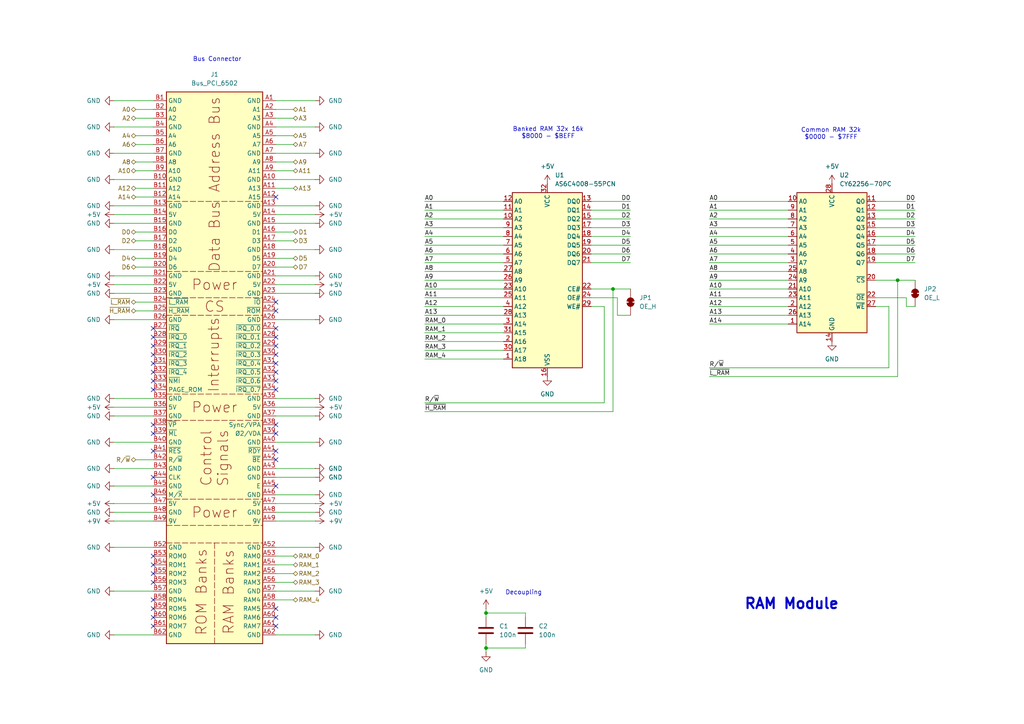
<source format=kicad_sch>
(kicad_sch (version 20231120) (generator "eeschema") (generator_version "8.0")
  (paper "A4")
  (title_block (title "S65xx Computer System") (date "2024-06-30") (rev "1.0") (company "Synthron"))
  (lib_symbols
    (symbol "6502:Bus_PCI_6502"
      (property "Reference" "J" (at 5.08 80.01 0))
      (property "Value" "Bus_PCI_6502" (at 5.08 -82.55 0))
      (symbol "Bus_PCI_6502_1_1"
        (rectangle (start -13.97 78.74) (end 13.97 -81.28) (stroke (width 0.254)) (fill (type background)))
        (polyline (pts (xy -13.97 -52.07) (xy 13.97 -52.07)) (stroke (width 0) (type dash)))
        (polyline (pts (xy -13.97 -46.99) (xy 13.97 -46.99)) (stroke (width 0) (type dash)))
        (polyline (pts (xy -13.97 -39.37) (xy 13.97 -39.37)) (stroke (width 0) (type dash)))
        (polyline (pts (xy -13.97 -16.51) (xy 13.97 -16.51)) (stroke (width 0) (type dash)))
        (polyline (pts (xy -13.97 -8.89) (xy 13.97 -8.89)) (stroke (width 0) (type dash)))
        (polyline (pts (xy -13.97 13.97) (xy 13.97 13.97)) (stroke (width 0) (type dash)))
        (polyline (pts (xy -13.97 19.05) (xy 13.97 19.05)) (stroke (width 0) (type dash)))
        (polyline (pts (xy -13.97 26.67) (xy 13.97 26.67)) (stroke (width 0) (type dash)))
        (polyline (pts (xy -13.97 46.99) (xy 13.97 46.99)) (stroke (width 0) (type dash)))
        (polyline (pts (xy 0 -52.07) (xy 0 -81.28)) (stroke (width 0) (type dash)))
        (text "Address Bus" (at 0 63.5 900) (effects (font (size 3 3))))
        (text "Control\nSignals" (at 0 -27.432 900) (effects (font (size 3 3))))
        (text "CS" (at 0 16.51 0) (effects (font (size 3 3))))
        (text "Data Bus" (at 0 36.83 900) (effects (font (size 3 3))))
        (text "Interrupts" (at -0.254 2.54 900) (effects (font (size 3 3))))
        (text "Power" (at 0 -43.18 0) (effects (font (size 3 3))))
        (text "Power" (at 0 -12.7 0) (effects (font (size 3 3))))
        (text "Power" (at 0 22.86 0) (effects (font (size 3 3))))
        (text "RAM Banks" (at 4.064 -66.294 900) (effects (font (size 3 3))))
        (text "ROM Banks" (at -3.81 -66.294 900) (effects (font (size 3 3))))
        (pin power_in line (at 17.78 76.2 180) (length 3.81) (name "GND") (number "A1"))
        (pin power_in line (at 17.78 53.34 180) (length 3.81) (name "GND") (number "A10"))
        (pin bidirectional line (at 17.78 50.8 180) (length 3.81) (name "A13") (number "A11"))
        (pin bidirectional line (at 17.78 48.26 180) (length 3.81) (name "A15") (number "A12"))
        (pin power_in line (at 17.78 45.72 180) (length 3.81) (name "GND") (number "A13"))
        (pin power_in line (at 17.78 43.18 180) (length 3.81) (name "5V") (number "A14"))
        (pin power_in line (at 17.78 40.64 180) (length 3.81) (name "GND") (number "A15"))
        (pin bidirectional line (at 17.78 38.1 180) (length 3.81) (name "D1") (number "A16"))
        (pin bidirectional line (at 17.78 35.56 180) (length 3.81) (name "D3") (number "A17"))
        (pin power_in line (at 17.78 33.02 180) (length 3.81) (name "GND") (number "A18"))
        (pin bidirectional line (at 17.78 30.48 180) (length 3.81) (name "D5") (number "A19"))
        (pin bidirectional line (at 17.78 73.66 180) (length 3.81) (name "A1") (number "A2"))
        (pin bidirectional line (at 17.78 27.94 180) (length 3.81) (name "D7") (number "A20"))
        (pin power_in line (at 17.78 25.4 180) (length 3.81) (name "GND") (number "A21"))
        (pin power_in line (at 17.78 22.86 180) (length 3.81) (name "5V") (number "A22"))
        (pin power_in line (at 17.78 20.32 180) (length 3.81) (name "GND") (number "A23"))
        (pin bidirectional line (at 17.78 17.78 180) (length 3.81) (name "~{IO}") (number "A24"))
        (pin bidirectional line (at 17.78 15.24 180) (length 3.81) (name "~{ROM}") (number "A25"))
        (pin power_in line (at 17.78 12.7 180) (length 3.81) (name "GND") (number "A26"))
        (pin input line (at 17.78 10.16 180) (length 3.81) (name "~{IRQ_0.0}") (number "A27"))
        (pin input line (at 17.78 7.62 180) (length 3.81) (name "~{IRQ_0.1}") (number "A28"))
        (pin input line (at 17.78 5.08 180) (length 3.81) (name "~{IRQ_0.2}") (number "A29"))
        (pin bidirectional line (at 17.78 71.12 180) (length 3.81) (name "A3") (number "A3"))
        (pin input line (at 17.78 2.54 180) (length 3.81) (name "~{IRQ_0.3}") (number "A30"))
        (pin input line (at 17.78 0 180) (length 3.81) (name "~{IRQ_0.4}") (number "A31"))
        (pin input line (at 17.78 -2.54 180) (length 3.81) (name "~{IRQ_0.5}") (number "A32"))
        (pin input line (at 17.78 -5.08 180) (length 3.81) (name "~{IRQ_0.6}") (number "A33"))
        (pin input line (at 17.78 -7.62 180) (length 3.81) (name "~{IRQ_0.7}") (number "A34"))
        (pin power_in line (at 17.78 -10.16 180) (length 3.81) (name "GND") (number "A35"))
        (pin power_in line (at 17.78 -12.7 180) (length 3.81) (name "5V") (number "A36"))
        (pin power_in line (at 17.78 -15.24 180) (length 3.81) (name "GND") (number "A37"))
        (pin bidirectional line (at 17.78 -17.78 180) (length 3.81) (name "Sync/VPA") (number "A38"))
        (pin bidirectional line (at 17.78 -20.32 180) (length 3.81) (name "Ø2/VDA") (number "A39"))
        (pin power_in line (at 17.78 68.58 180) (length 3.81) (name "GND") (number "A4"))
        (pin power_in line (at 17.78 -22.86 180) (length 3.81) (name "GND") (number "A40"))
        (pin input line (at 17.78 -25.4 180) (length 3.81) (name "~{RDY}") (number "A41"))
        (pin input line (at 17.78 -27.94 180) (length 3.81) (name "~{BE}") (number "A42"))
        (pin power_in line (at 17.78 -30.48 180) (length 3.81) (name "GND") (number "A43"))
        (pin power_in line (at 17.78 -33.02 180) (length 3.81) (name "GND") (number "A44"))
        (pin output line (at 17.78 -35.56 180) (length 3.81) (name "E") (number "A45"))
        (pin power_in line (at 17.78 -38.1 180) (length 3.81) (name "GND") (number "A46"))
        (pin power_in line (at 17.78 -40.64 180) (length 3.81) (name "5V") (number "A47"))
        (pin power_in line (at 17.78 -43.18 180) (length 3.81) (name "GND") (number "A48"))
        (pin power_in line (at 17.78 -45.72 180) (length 3.81) (name "9V") (number "A49"))
        (pin bidirectional line (at 17.78 66.04 180) (length 3.81) (name "A5") (number "A5"))
        (pin power_in line (at 17.78 -53.34 180) (length 3.81) (name "GND") (number "A52"))
        (pin bidirectional line (at 17.78 -55.88 180) (length 3.81) (name "RAM0") (number "A53"))
        (pin bidirectional line (at 17.78 -58.42 180) (length 3.81) (name "RAM1") (number "A54"))
        (pin bidirectional line (at 17.78 -60.96 180) (length 3.81) (name "RAM2") (number "A55"))
        (pin bidirectional line (at 17.78 -63.5 180) (length 3.81) (name "RAM3") (number "A56"))
        (pin power_in line (at 17.78 -66.04 180) (length 3.81) (name "GND") (number "A57"))
        (pin bidirectional line (at 17.78 -68.58 180) (length 3.81) (name "RAM4") (number "A58"))
        (pin bidirectional line (at 17.78 -71.12 180) (length 3.81) (name "RAM5") (number "A59"))
        (pin bidirectional line (at 17.78 63.5 180) (length 3.81) (name "A7") (number "A6"))
        (pin bidirectional line (at 17.78 -73.66 180) (length 3.81) (name "RAM6") (number "A60"))
        (pin bidirectional line (at 17.78 -76.2 180) (length 3.81) (name "RAM7") (number "A61"))
        (pin power_in line (at 17.78 -78.74 180) (length 3.81) (name "GND") (number "A62"))
        (pin power_in line (at 17.78 60.96 180) (length 3.81) (name "GND") (number "A7"))
        (pin bidirectional line (at 17.78 58.42 180) (length 3.81) (name "A9") (number "A8"))
        (pin bidirectional line (at 17.78 55.88 180) (length 3.81) (name "A11") (number "A9"))
        (pin power_in line (at -17.78 76.2 0) (length 3.81) (name "GND") (number "B1"))
        (pin power_in line (at -17.78 53.34 0) (length 3.81) (name "GND") (number "B10"))
        (pin bidirectional line (at -17.78 50.8 0) (length 3.81) (name "A12") (number "B11"))
        (pin bidirectional line (at -17.78 48.26 0) (length 3.81) (name "A14") (number "B12"))
        (pin power_in line (at -17.78 45.72 0) (length 3.81) (name "GND") (number "B13"))
        (pin power_in line (at -17.78 43.18 0) (length 3.81) (name "5V") (number "B14"))
        (pin power_in line (at -17.78 40.64 0) (length 3.81) (name "GND") (number "B15"))
        (pin bidirectional line (at -17.78 38.1 0) (length 3.81) (name "D0") (number "B16"))
        (pin bidirectional line (at -17.78 35.56 0) (length 3.81) (name "D2") (number "B17"))
        (pin power_in line (at -17.78 33.02 0) (length 3.81) (name "GND") (number "B18"))
        (pin bidirectional line (at -17.78 30.48 0) (length 3.81) (name "D4") (number "B19"))
        (pin bidirectional line (at -17.78 73.66 0) (length 3.81) (name "A0") (number "B2"))
        (pin bidirectional line (at -17.78 27.94 0) (length 3.81) (name "D6") (number "B20"))
        (pin power_in line (at -17.78 25.4 0) (length 3.81) (name "GND") (number "B21"))
        (pin power_in line (at -17.78 22.86 0) (length 3.81) (name "5V") (number "B22"))
        (pin power_in line (at -17.78 20.32 0) (length 3.81) (name "GND") (number "B23"))
        (pin bidirectional line (at -17.78 17.78 0) (length 3.81) (name "~{L_RAM}") (number "B24"))
        (pin bidirectional line (at -17.78 15.24 0) (length 3.81) (name "~{H_RAM}") (number "B25"))
        (pin power_in line (at -17.78 12.7 0) (length 3.81) (name "GND") (number "B26"))
        (pin input line (at -17.78 10.16 0) (length 3.81) (name "~{IRQ}") (number "B27"))
        (pin input line (at -17.78 7.62 0) (length 3.81) (name "~{IRQ_0}") (number "B28"))
        (pin input line (at -17.78 5.08 0) (length 3.81) (name "~{IRQ_1}") (number "B29"))
        (pin bidirectional line (at -17.78 71.12 0) (length 3.81) (name "A2") (number "B3"))
        (pin input line (at -17.78 2.54 0) (length 3.81) (name "~{IRQ_2}") (number "B30"))
        (pin input line (at -17.78 0 0) (length 3.81) (name "~{IRQ_3}") (number "B31"))
        (pin input line (at -17.78 -2.54 0) (length 3.81) (name "~{IRQ_4}") (number "B32"))
        (pin input line (at -17.78 -5.08 0) (length 3.81) (name "~{NMI}") (number "B33"))
        (pin output line (at -17.78 -7.62 0) (length 3.81) (name "PAGE_ROM") (number "B34"))
        (pin power_in line (at -17.78 -10.16 0) (length 3.81) (name "GND") (number "B35"))
        (pin power_in line (at -17.78 -12.7 0) (length 3.81) (name "5V") (number "B36"))
        (pin power_in line (at -17.78 -15.24 0) (length 3.81) (name "GND") (number "B37"))
        (pin bidirectional line (at -17.78 -17.78 0) (length 3.81) (name "~{VP}") (number "B38"))
        (pin bidirectional line (at -17.78 -20.32 0) (length 3.81) (name "~{ML}") (number "B39"))
        (pin power_in line (at -17.78 68.58 0) (length 3.81) (name "GND") (number "B4"))
        (pin power_in line (at -17.78 -22.86 0) (length 3.81) (name "GND") (number "B40"))
        (pin input line (at -17.78 -25.4 0) (length 3.81) (name "~{RES}") (number "B41"))
        (pin bidirectional line (at -17.78 -27.94 0) (length 3.81) (name "R/~{W}") (number "B42"))
        (pin power_in line (at -17.78 -30.48 0) (length 3.81) (name "GND") (number "B43"))
        (pin bidirectional line (at -17.78 -33.02 0) (length 3.81) (name "CLK") (number "B44"))
        (pin power_in line (at -17.78 -35.56 0) (length 3.81) (name "GND") (number "B45"))
        (pin bidirectional line (at -17.78 -38.1 0) (length 3.81) (name "M/~{X}") (number "B46"))
        (pin power_in line (at -17.78 -40.64 0) (length 3.81) (name "5V") (number "B47"))
        (pin power_in line (at -17.78 -43.18 0) (length 3.81) (name "GND") (number "B48"))
        (pin power_in line (at -17.78 -45.72 0) (length 3.81) (name "9V") (number "B49"))
        (pin bidirectional line (at -17.78 66.04 0) (length 3.81) (name "A4") (number "B5"))
        (pin power_in line (at -17.78 -53.34 0) (length 3.81) (name "GND") (number "B52"))
        (pin bidirectional line (at -17.78 -55.88 0) (length 3.81) (name "ROM0") (number "B53"))
        (pin bidirectional line (at -17.78 -58.42 0) (length 3.81) (name "ROM1") (number "B54"))
        (pin bidirectional line (at -17.78 -60.96 0) (length 3.81) (name "ROM2") (number "B55"))
        (pin bidirectional line (at -17.78 -63.5 0) (length 3.81) (name "ROM3") (number "B56"))
        (pin power_in line (at -17.78 -66.04 0) (length 3.81) (name "GND") (number "B57"))
        (pin bidirectional line (at -17.78 -68.58 0) (length 3.81) (name "ROM4") (number "B58"))
        (pin bidirectional line (at -17.78 -71.12 0) (length 3.81) (name "ROM5") (number "B59"))
        (pin bidirectional line (at -17.78 63.5 0) (length 3.81) (name "A6") (number "B6"))
        (pin bidirectional line (at -17.78 -73.66 0) (length 3.81) (name "ROM6") (number "B60"))
        (pin bidirectional line (at -17.78 -76.2 0) (length 3.81) (name "ROM7") (number "B61"))
        (pin power_in line (at -17.78 -78.74 0) (length 3.81) (name "GND") (number "B62"))
        (pin power_in line (at -17.78 60.96 0) (length 3.81) (name "GND") (number "B7"))
        (pin bidirectional line (at -17.78 58.42 0) (length 3.81) (name "A8") (number "B8"))
        (pin bidirectional line (at -17.78 55.88 0) (length 3.81) (name "A10") (number "B9"))
      )
    )
    (symbol "Device:C" (pin_numbers hide) (pin_names (offset 0.254))
      (property "Reference" "C" (at 0.635 2.54 0))
      (property "Value" "C" (at 0.635 -2.54 0))
      (symbol "C_0_1"
        (polyline (pts (xy -2.032 -0.762) (xy 2.032 -0.762)) (stroke (width 0.508)))
        (polyline (pts (xy -2.032 0.762) (xy 2.032 0.762)) (stroke (width 0.508)))
      )
      (symbol "C_1_1"
        (pin passive line (at 0 3.81 270) (length 2.794) (name "~") (number "1"))
        (pin passive line (at 0 -3.81 90) (length 2.794) (name "~") (number "2"))
      )
    )
    (symbol "Jumper:SolderJumper_2_Bridged" (pin_numbers hide) (pin_names (offset 0) hide) (exclude_from_sim yes) (in_bom no)
      (property "Reference" "JP" (at 0 2.032 0))
      (property "Value" "SolderJumper_2_Bridged" (at 0 -2.54 0))
      (symbol "SolderJumper_2_Bridged_0_1"
        (rectangle (start -0.508 0.508) (end 0.508 -0.508) (fill (type outline)))
        (arc (start -0.254 1.016) (mid -1.2656 0) (end -0.254 -1.016))
        (arc (start -0.254 1.016) (mid -1.2656 0) (end -0.254 -1.016) (fill (type outline)))
        (polyline (pts (xy -0.254 1.016) (xy -0.254 -1.016)))
        (polyline (pts (xy 0.254 1.016) (xy 0.254 -1.016)))
        (arc (start 0.254 -1.016) (mid 1.2656 0) (end 0.254 1.016))
        (arc (start 0.254 -1.016) (mid 1.2656 0) (end 0.254 1.016) (fill (type outline)))
      )
      (symbol "SolderJumper_2_Bridged_1_1"
        (pin passive line (at -3.81 0 0) (length 2.54) (name "A") (number "1"))
        (pin passive line (at 3.81 0 180) (length 2.54) (name "B") (number "2"))
      )
    )
    (symbol "Memory_RAM:AS6C4008-55PCN"
      (property "Reference" "U" (at -10.16 26.035 0))
      (property "Value" "AS6C4008-55PCN" (at 2.54 26.035 0))
      (symbol "AS6C4008-55PCN_0_0"
        (pin power_in line (at 0 -27.94 90) (length 2.54) (name "VSS") (number "16"))
        (pin power_in line (at 0 27.94 270) (length 2.54) (name "VCC") (number "32"))
      )
      (symbol "AS6C4008-55PCN_0_1"
        (rectangle (start -10.16 25.4) (end 10.16 -25.4) (stroke (width 0.254)) (fill (type background)))
      )
      (symbol "AS6C4008-55PCN_1_1"
        (pin input line (at -12.7 -22.86 0) (length 2.54) (name "A18") (number "1"))
        (pin input line (at -12.7 17.78 0) (length 2.54) (name "A2") (number "10"))
        (pin input line (at -12.7 20.32 0) (length 2.54) (name "A1") (number "11"))
        (pin input line (at -12.7 22.86 0) (length 2.54) (name "A0") (number "12"))
        (pin tri_state line (at 12.7 22.86 180) (length 2.54) (name "DQ0") (number "13"))
        (pin tri_state line (at 12.7 20.32 180) (length 2.54) (name "DQ1") (number "14"))
        (pin tri_state line (at 12.7 17.78 180) (length 2.54) (name "DQ2") (number "15"))
        (pin tri_state line (at 12.7 15.24 180) (length 2.54) (name "DQ3") (number "17"))
        (pin tri_state line (at 12.7 12.7 180) (length 2.54) (name "DQ4") (number "18"))
        (pin tri_state line (at 12.7 10.16 180) (length 2.54) (name "DQ5") (number "19"))
        (pin input line (at -12.7 -17.78 0) (length 2.54) (name "A16") (number "2"))
        (pin tri_state line (at 12.7 7.62 180) (length 2.54) (name "DQ6") (number "20"))
        (pin tri_state line (at 12.7 5.08 180) (length 2.54) (name "DQ7") (number "21"))
        (pin input line (at 12.7 -2.54 180) (length 2.54) (name "CE#") (number "22"))
        (pin input line (at -12.7 -2.54 0) (length 2.54) (name "A10") (number "23"))
        (pin input line (at 12.7 -5.08 180) (length 2.54) (name "OE#") (number "24"))
        (pin input line (at -12.7 -5.08 0) (length 2.54) (name "A11") (number "25"))
        (pin input line (at -12.7 0 0) (length 2.54) (name "A9") (number "26"))
        (pin input line (at -12.7 2.54 0) (length 2.54) (name "A8") (number "27"))
        (pin input line (at -12.7 -10.16 0) (length 2.54) (name "A13") (number "28"))
        (pin input line (at 12.7 -7.62 180) (length 2.54) (name "WE#") (number "29"))
        (pin input line (at -12.7 -12.7 0) (length 2.54) (name "A14") (number "3"))
        (pin input line (at -12.7 -20.32 0) (length 2.54) (name "A17") (number "30"))
        (pin input line (at -12.7 -15.24 0) (length 2.54) (name "A15") (number "31"))
        (pin input line (at -12.7 -7.62 0) (length 2.54) (name "A12") (number "4"))
        (pin input line (at -12.7 5.08 0) (length 2.54) (name "A7") (number "5"))
        (pin input line (at -12.7 7.62 0) (length 2.54) (name "A6") (number "6"))
        (pin input line (at -12.7 10.16 0) (length 2.54) (name "A5") (number "7"))
        (pin input line (at -12.7 12.7 0) (length 2.54) (name "A4") (number "8"))
        (pin input line (at -12.7 15.24 0) (length 2.54) (name "A3") (number "9"))
      )
    )
    (symbol "Memory_RAM:CY62256-70PC"
      (property "Reference" "U" (at -10.16 20.955 0))
      (property "Value" "CY62256-70PC" (at 2.54 20.955 0))
      (symbol "CY62256-70PC_0_0"
        (pin power_in line (at 0 -22.86 90) (length 2.54) (name "GND") (number "14"))
        (pin power_in line (at 0 22.86 270) (length 2.54) (name "VCC") (number "28"))
      )
      (symbol "CY62256-70PC_0_1"
        (rectangle (start -10.16 20.32) (end 10.16 -20.32) (stroke (width 0.254)) (fill (type background)))
      )
      (symbol "CY62256-70PC_1_1"
        (pin input line (at -12.7 -17.78 0) (length 2.54) (name "A14") (number "1"))
        (pin input line (at -12.7 17.78 0) (length 2.54) (name "A0") (number "10"))
        (pin tri_state line (at 12.7 17.78 180) (length 2.54) (name "Q0") (number "11"))
        (pin tri_state line (at 12.7 15.24 180) (length 2.54) (name "Q1") (number "12"))
        (pin tri_state line (at 12.7 12.7 180) (length 2.54) (name "Q2") (number "13"))
        (pin tri_state line (at 12.7 10.16 180) (length 2.54) (name "Q3") (number "15"))
        (pin tri_state line (at 12.7 7.62 180) (length 2.54) (name "Q4") (number "16"))
        (pin tri_state line (at 12.7 5.08 180) (length 2.54) (name "Q5") (number "17"))
        (pin tri_state line (at 12.7 2.54 180) (length 2.54) (name "Q6") (number "18"))
        (pin tri_state line (at 12.7 0 180) (length 2.54) (name "Q7") (number "19"))
        (pin input line (at -12.7 -12.7 0) (length 2.54) (name "A12") (number "2"))
        (pin input line (at 12.7 -5.08 180) (length 2.54) (name "~{CS}") (number "20"))
        (pin input line (at -12.7 -7.62 0) (length 2.54) (name "A10") (number "21"))
        (pin input line (at 12.7 -10.16 180) (length 2.54) (name "~{OE}") (number "22"))
        (pin input line (at -12.7 -10.16 0) (length 2.54) (name "A11") (number "23"))
        (pin input line (at -12.7 -5.08 0) (length 2.54) (name "A9") (number "24"))
        (pin input line (at -12.7 -2.54 0) (length 2.54) (name "A8") (number "25"))
        (pin input line (at -12.7 -15.24 0) (length 2.54) (name "A13") (number "26"))
        (pin input line (at 12.7 -12.7 180) (length 2.54) (name "~{WE}") (number "27"))
        (pin input line (at -12.7 0 0) (length 2.54) (name "A7") (number "3"))
        (pin input line (at -12.7 2.54 0) (length 2.54) (name "A6") (number "4"))
        (pin input line (at -12.7 5.08 0) (length 2.54) (name "A5") (number "5"))
        (pin input line (at -12.7 7.62 0) (length 2.54) (name "A4") (number "6"))
        (pin input line (at -12.7 10.16 0) (length 2.54) (name "A3") (number "7"))
        (pin input line (at -12.7 12.7 0) (length 2.54) (name "A2") (number "8"))
        (pin input line (at -12.7 15.24 0) (length 2.54) (name "A1") (number "9"))
      )
    )
    (symbol "power:+5V" (power) (pin_numbers hide) (pin_names (offset 0) hide)
      (property "Value" "+5V" (at 0 3.556 0))
      (symbol "+5V_0_1"
        (polyline (pts (xy -0.762 1.27) (xy 0 2.54)))
        (polyline (pts (xy 0 0) (xy 0 2.54)))
        (polyline (pts (xy 0 2.54) (xy 0.762 1.27)))
      )
      (symbol "+5V_1_1"
        (pin power_in line (at 0 0 90) (length 0) (name "~") (number "1"))
      )
    )
    (symbol "power:+9V" (power) (pin_numbers hide) (pin_names (offset 0) hide)
      (property "Value" "+9V" (at 0 3.556 0))
      (symbol "+9V_0_1"
        (polyline (pts (xy -0.762 1.27) (xy 0 2.54)))
        (polyline (pts (xy 0 0) (xy 0 2.54)))
        (polyline (pts (xy 0 2.54) (xy 0.762 1.27)))
      )
      (symbol "+9V_1_1"
        (pin power_in line (at 0 0 90) (length 0) (name "~") (number "1"))
      )
    )
    (symbol "power:GND" (power) (pin_numbers hide) (pin_names (offset 0) hide)
      (property "Value" "GND" (at 0 -3.81 0))
      (symbol "GND_0_1"
        (polyline (pts (xy 0 0) (xy 0 -1.27) (xy 1.27 -1.27) (xy 0 -2.54) (xy -1.27 -1.27) (xy 0 -1.27)))
      )
      (symbol "GND_1_1"
        (pin power_in line (at 0 0 270) (length 0) (name "~") (number "1"))
      )
    )
  )
  (junction (at 260.35 81.28))
  (junction (at 177.8 83.82))
  (junction (at 140.97 177.8))
  (junction (at 140.97 187.96))
  (no_connect (at 80.01 123.19))
  (no_connect (at 80.01 113.03))
  (no_connect (at 80.01 125.73))
  (no_connect (at 44.45 130.81))
  (no_connect (at 80.01 179.07))
  (no_connect (at 80.01 140.97))
  (no_connect (at 80.01 57.15))
  (no_connect (at 44.45 173.99))
  (no_connect (at 44.45 97.79))
  (no_connect (at 80.01 105.41))
  (no_connect (at 44.45 110.49))
  (no_connect (at 80.01 95.25))
  (no_connect (at 44.45 161.29))
  (no_connect (at 80.01 176.53))
  (no_connect (at 44.45 143.51))
  (no_connect (at 44.45 181.61))
  (no_connect (at 44.45 113.03))
  (no_connect (at 44.45 179.07))
  (no_connect (at 80.01 133.35))
  (no_connect (at 44.45 102.87))
  (no_connect (at 44.45 163.83))
  (no_connect (at 44.45 107.95))
  (no_connect (at 80.01 87.63))
  (no_connect (at 44.45 95.25))
  (no_connect (at 44.45 123.19))
  (no_connect (at 44.45 125.73))
  (no_connect (at 80.01 102.87))
  (no_connect (at 80.01 100.33))
  (no_connect (at 44.45 168.91))
  (no_connect (at 44.45 100.33))
  (no_connect (at 44.45 105.41))
  (no_connect (at 80.01 110.49))
  (no_connect (at 44.45 138.43))
  (no_connect (at 80.01 107.95))
  (no_connect (at 44.45 166.37))
  (no_connect (at 80.01 97.79))
  (no_connect (at 80.01 181.61))
  (no_connect (at 80.01 90.17))
  (no_connect (at 80.01 130.81))
  (no_connect (at 44.45 176.53))
  (wire (pts (xy 33.02 135.89) (xy 44.45 135.89)))
  (wire (pts (xy 85.09 54.61) (xy 80.01 54.61)))
  (wire (pts (xy 182.88 76.2) (xy 171.45 76.2)))
  (wire (pts (xy 33.02 171.45) (xy 44.45 171.45)))
  (wire (pts (xy 260.35 81.28) (xy 260.35 109.22)))
  (wire (pts (xy 123.19 91.44) (xy 146.05 91.44)))
  (wire (pts (xy 205.74 60.96) (xy 228.6 60.96)))
  (wire (pts (xy 265.43 63.5) (xy 254 63.5)))
  (wire (pts (xy 85.09 166.37) (xy 80.01 166.37)))
  (wire (pts (xy 33.02 29.21) (xy 44.45 29.21)))
  (wire (pts (xy 91.44 171.45) (xy 80.01 171.45)))
  (wire (pts (xy 85.09 67.31) (xy 80.01 67.31)))
  (wire (pts (xy 85.09 163.83) (xy 80.01 163.83)))
  (wire (pts (xy 85.09 31.75) (xy 80.01 31.75)))
  (wire (pts (xy 33.02 151.13) (xy 44.45 151.13)))
  (wire (pts (xy 260.35 81.28) (xy 254 81.28)))
  (wire (pts (xy 39.37 46.99) (xy 44.45 46.99)))
  (wire (pts (xy 205.74 86.36) (xy 228.6 86.36)))
  (wire (pts (xy 175.26 116.84) (xy 175.26 88.9)))
  (wire (pts (xy 91.44 148.59) (xy 80.01 148.59)))
  (wire (pts (xy 33.02 44.45) (xy 44.45 44.45)))
  (wire (pts (xy 123.19 101.6) (xy 146.05 101.6)))
  (wire (pts (xy 33.02 92.71) (xy 44.45 92.71)))
  (wire (pts (xy 91.44 138.43) (xy 80.01 138.43)))
  (wire (pts (xy 177.8 119.38) (xy 177.8 83.82)))
  (wire (pts (xy 39.37 49.53) (xy 44.45 49.53)))
  (wire (pts (xy 33.02 52.07) (xy 44.45 52.07)))
  (wire (pts (xy 39.37 74.93) (xy 44.45 74.93)))
  (wire (pts (xy 85.09 41.91) (xy 80.01 41.91)))
  (wire (pts (xy 152.4 179.07) (xy 152.4 177.8)))
  (wire (pts (xy 123.19 99.06) (xy 146.05 99.06)))
  (wire (pts (xy 91.44 184.15) (xy 80.01 184.15)))
  (wire (pts (xy 91.44 118.11) (xy 80.01 118.11)))
  (wire (pts (xy 123.19 96.52) (xy 146.05 96.52)))
  (wire (pts (xy 205.74 63.5) (xy 228.6 63.5)))
  (wire (pts (xy 91.44 151.13) (xy 80.01 151.13)))
  (wire (pts (xy 33.02 146.05) (xy 44.45 146.05)))
  (wire (pts (xy 123.19 116.84) (xy 175.26 116.84)))
  (wire (pts (xy 265.43 66.04) (xy 254 66.04)))
  (wire (pts (xy 265.43 73.66) (xy 254 73.66)))
  (wire (pts (xy 140.97 186.69) (xy 140.97 187.96)))
  (wire (pts (xy 260.35 81.28) (xy 265.43 81.28)))
  (wire (pts (xy 91.44 82.55) (xy 80.01 82.55)))
  (wire (pts (xy 152.4 187.96) (xy 140.97 187.96)))
  (wire (pts (xy 91.44 120.65) (xy 80.01 120.65)))
  (wire (pts (xy 91.44 135.89) (xy 80.01 135.89)))
  (wire (pts (xy 123.19 83.82) (xy 146.05 83.82)))
  (wire (pts (xy 85.09 168.91) (xy 80.01 168.91)))
  (wire (pts (xy 265.43 68.58) (xy 254 68.58)))
  (wire (pts (xy 123.19 60.96) (xy 146.05 60.96)))
  (wire (pts (xy 123.19 73.66) (xy 146.05 73.66)))
  (wire (pts (xy 85.09 39.37) (xy 80.01 39.37)))
  (wire (pts (xy 33.02 115.57) (xy 44.45 115.57)))
  (wire (pts (xy 182.88 68.58) (xy 171.45 68.58)))
  (wire (pts (xy 265.43 60.96) (xy 254 60.96)))
  (wire (pts (xy 91.44 85.09) (xy 80.01 85.09)))
  (wire (pts (xy 85.09 77.47) (xy 80.01 77.47)))
  (wire (pts (xy 91.44 115.57) (xy 80.01 115.57)))
  (wire (pts (xy 182.88 63.5) (xy 171.45 63.5)))
  (wire (pts (xy 152.4 177.8) (xy 140.97 177.8)))
  (wire (pts (xy 91.44 143.51) (xy 80.01 143.51)))
  (wire (pts (xy 205.74 58.42) (xy 228.6 58.42)))
  (wire (pts (xy 123.19 76.2) (xy 146.05 76.2)))
  (wire (pts (xy 33.02 158.75) (xy 44.45 158.75)))
  (wire (pts (xy 39.37 77.47) (xy 44.45 77.47)))
  (wire (pts (xy 85.09 34.29) (xy 80.01 34.29)))
  (wire (pts (xy 39.37 39.37) (xy 44.45 39.37)))
  (wire (pts (xy 39.37 87.63) (xy 44.45 87.63)))
  (wire (pts (xy 39.37 90.17) (xy 44.45 90.17)))
  (wire (pts (xy 140.97 187.96) (xy 140.97 189.23)))
  (wire (pts (xy 205.74 106.68) (xy 257.81 106.68)))
  (wire (pts (xy 39.37 34.29) (xy 44.45 34.29)))
  (wire (pts (xy 123.19 66.04) (xy 146.05 66.04)))
  (wire (pts (xy 123.19 104.14) (xy 146.05 104.14)))
  (wire (pts (xy 85.09 46.99) (xy 80.01 46.99)))
  (wire (pts (xy 205.74 76.2) (xy 228.6 76.2)))
  (wire (pts (xy 152.4 186.69) (xy 152.4 187.96)))
  (wire (pts (xy 85.09 173.99) (xy 80.01 173.99)))
  (wire (pts (xy 179.07 86.36) (xy 171.45 86.36)))
  (wire (pts (xy 39.37 133.35) (xy 44.45 133.35)))
  (wire (pts (xy 205.74 91.44) (xy 228.6 91.44)))
  (wire (pts (xy 205.74 93.98) (xy 228.6 93.98)))
  (wire (pts (xy 91.44 59.69) (xy 80.01 59.69)))
  (wire (pts (xy 33.02 64.77) (xy 44.45 64.77)))
  (wire (pts (xy 260.35 109.22) (xy 205.74 109.22)))
  (wire (pts (xy 91.44 146.05) (xy 80.01 146.05)))
  (wire (pts (xy 33.02 82.55) (xy 44.45 82.55)))
  (wire (pts (xy 262.89 86.36) (xy 254 86.36)))
  (wire (pts (xy 39.37 31.75) (xy 44.45 31.75)))
  (wire (pts (xy 91.44 72.39) (xy 80.01 72.39)))
  (wire (pts (xy 123.19 78.74) (xy 146.05 78.74)))
  (wire (pts (xy 205.74 88.9) (xy 228.6 88.9)))
  (wire (pts (xy 33.02 62.23) (xy 44.45 62.23)))
  (wire (pts (xy 205.74 83.82) (xy 228.6 83.82)))
  (wire (pts (xy 182.88 60.96) (xy 171.45 60.96)))
  (wire (pts (xy 39.37 57.15) (xy 44.45 57.15)))
  (wire (pts (xy 33.02 128.27) (xy 44.45 128.27)))
  (wire (pts (xy 177.8 83.82) (xy 182.88 83.82)))
  (wire (pts (xy 205.74 71.12) (xy 228.6 71.12)))
  (wire (pts (xy 91.44 80.01) (xy 80.01 80.01)))
  (wire (pts (xy 182.88 71.12) (xy 171.45 71.12)))
  (wire (pts (xy 140.97 176.53) (xy 140.97 177.8)))
  (wire (pts (xy 33.02 80.01) (xy 44.45 80.01)))
  (wire (pts (xy 91.44 44.45) (xy 80.01 44.45)))
  (wire (pts (xy 91.44 92.71) (xy 80.01 92.71)))
  (wire (pts (xy 182.88 73.66) (xy 171.45 73.66)))
  (wire (pts (xy 205.74 73.66) (xy 228.6 73.66)))
  (wire (pts (xy 33.02 59.69) (xy 44.45 59.69)))
  (wire (pts (xy 33.02 184.15) (xy 44.45 184.15)))
  (wire (pts (xy 182.88 58.42) (xy 171.45 58.42)))
  (wire (pts (xy 33.02 36.83) (xy 44.45 36.83)))
  (wire (pts (xy 123.19 93.98) (xy 146.05 93.98)))
  (wire (pts (xy 85.09 161.29) (xy 80.01 161.29)))
  (wire (pts (xy 33.02 85.09) (xy 44.45 85.09)))
  (wire (pts (xy 265.43 58.42) (xy 254 58.42)))
  (wire (pts (xy 39.37 54.61) (xy 44.45 54.61)))
  (wire (pts (xy 123.19 63.5) (xy 146.05 63.5)))
  (wire (pts (xy 265.43 71.12) (xy 254 71.12)))
  (wire (pts (xy 265.43 76.2) (xy 254 76.2)))
  (wire (pts (xy 205.74 81.28) (xy 228.6 81.28)))
  (wire (pts (xy 91.44 64.77) (xy 80.01 64.77)))
  (wire (pts (xy 123.19 58.42) (xy 146.05 58.42)))
  (wire (pts (xy 175.26 88.9) (xy 171.45 88.9)))
  (wire (pts (xy 205.74 78.74) (xy 228.6 78.74)))
  (wire (pts (xy 205.74 66.04) (xy 228.6 66.04)))
  (wire (pts (xy 205.74 68.58) (xy 228.6 68.58)))
  (wire (pts (xy 123.19 86.36) (xy 146.05 86.36)))
  (wire (pts (xy 85.09 69.85) (xy 80.01 69.85)))
  (wire (pts (xy 33.02 140.97) (xy 44.45 140.97)))
  (wire (pts (xy 39.37 67.31) (xy 44.45 67.31)))
  (wire (pts (xy 91.44 36.83) (xy 80.01 36.83)))
  (wire (pts (xy 39.37 69.85) (xy 44.45 69.85)))
  (wire (pts (xy 33.02 72.39) (xy 44.45 72.39)))
  (wire (pts (xy 39.37 41.91) (xy 44.45 41.91)))
  (wire (pts (xy 123.19 81.28) (xy 146.05 81.28)))
  (wire (pts (xy 33.02 148.59) (xy 44.45 148.59)))
  (wire (pts (xy 123.19 88.9) (xy 146.05 88.9)))
  (wire (pts (xy 140.97 177.8) (xy 140.97 179.07)))
  (wire (pts (xy 265.43 88.9) (xy 262.89 88.9)))
  (wire (pts (xy 182.88 66.04) (xy 171.45 66.04)))
  (wire (pts (xy 123.19 71.12) (xy 146.05 71.12)))
  (wire (pts (xy 179.07 91.44) (xy 179.07 86.36)))
  (wire (pts (xy 262.89 88.9) (xy 262.89 86.36)))
  (wire (pts (xy 182.88 91.44) (xy 179.07 91.44)))
  (wire (pts (xy 257.81 106.68) (xy 257.81 88.9)))
  (wire (pts (xy 33.02 118.11) (xy 44.45 118.11)))
  (wire (pts (xy 85.09 74.93) (xy 80.01 74.93)))
  (wire (pts (xy 33.02 120.65) (xy 44.45 120.65)))
  (wire (pts (xy 177.8 83.82) (xy 171.45 83.82)))
  (wire (pts (xy 257.81 88.9) (xy 254 88.9)))
  (wire (pts (xy 91.44 158.75) (xy 80.01 158.75)))
  (wire (pts (xy 91.44 29.21) (xy 80.01 29.21)))
  (wire (pts (xy 123.19 119.38) (xy 177.8 119.38)))
  (wire (pts (xy 123.19 68.58) (xy 146.05 68.58)))
  (wire (pts (xy 91.44 62.23) (xy 80.01 62.23)))
  (wire (pts (xy 85.09 49.53) (xy 80.01 49.53)))
  (wire (pts (xy 91.44 52.07) (xy 80.01 52.07)))
  (wire (pts (xy 91.44 128.27) (xy 80.01 128.27)))
  (text "Common RAM 32k\n$0000 - $7FFF" (at 241.046 38.862 0) (effects (font (size 1.27 1.27))))
  (text "RAM Module" (at 229.616 175.26 0) (effects (font (size 3 3) (thickness 0.6) (bold yes))))
  (text "Bus Connector" (at 62.992 17.272 0) (effects (font (size 1.27 1.27))))
  (text "Decoupling" (at 151.892 171.958 0) (effects (font (size 1.27 1.27))))
  (text "Banked RAM 32x 16k\n$8000 - $BEFF" (at 159.004 38.608 0) (effects (font (size 1.27 1.27))))
  (label "A2" (at 205.74 63.5 0))
  (label "A3" (at 123.19 66.04 0))
  (label "D7" (at 265.43 76.2 180))
  (label "A6" (at 205.74 73.66 0))
  (label "A9" (at 205.74 81.28 0))
  (label "A4" (at 123.19 68.58 0))
  (label "A11" (at 205.74 86.36 0))
  (label "D7" (at 182.88 76.2 180))
  (label "A0" (at 205.74 58.42 0))
  (label "D4" (at 182.88 68.58 180))
  (label "D4" (at 265.43 68.58 180))
  (label "A2" (at 123.19 63.5 0))
  (label "~{H_RAM}" (at 123.19 119.38 0))
  (label "D3" (at 182.88 66.04 180))
  (label "A1" (at 205.74 60.96 0))
  (label "D1" (at 265.43 60.96 180))
  (label "RAM_0" (at 123.19 93.98 0))
  (label "A12" (at 205.74 88.9 0))
  (label "A10" (at 123.19 83.82 0))
  (label "A3" (at 205.74 66.04 0))
  (label "A5" (at 205.74 71.12 0))
  (label "A13" (at 205.74 91.44 0))
  (label "A7" (at 123.19 76.2 0))
  (label "A1" (at 123.19 60.96 0))
  (label "RAM_2" (at 123.19 99.06 0))
  (label "D6" (at 182.88 73.66 180))
  (label "D5" (at 265.43 71.12 180))
  (label "R{slash}~{W}" (at 123.19 116.84 0))
  (label "D5" (at 182.88 71.12 180))
  (label "A11" (at 123.19 86.36 0))
  (label "D0" (at 182.88 58.42 180))
  (label "A10" (at 205.74 83.82 0))
  (label "A9" (at 123.19 81.28 0))
  (label "A14" (at 205.74 93.98 0))
  (label "A12" (at 123.19 88.9 0))
  (label "RAM_1" (at 123.19 96.52 0))
  (label "~{L_RAM}" (at 205.74 109.22 0))
  (label "D1" (at 182.88 60.96 180))
  (label "RAM_4" (at 123.19 104.14 0))
  (label "A13" (at 123.19 91.44 0))
  (label "D0" (at 265.43 58.42 180))
  (label "A8" (at 123.19 78.74 0))
  (label "A7" (at 205.74 76.2 0))
  (label "A8" (at 205.74 78.74 0))
  (label "A0" (at 123.19 58.42 0))
  (label "D6" (at 265.43 73.66 180))
  (label "R{slash}~{W}" (at 205.74 106.68 0))
  (label "A6" (at 123.19 73.66 0))
  (label "D3" (at 265.43 66.04 180))
  (label "D2" (at 265.43 63.5 180))
  (label "D2" (at 182.88 63.5 180))
  (label "A5" (at 123.19 71.12 0))
  (label "RAM_3" (at 123.19 101.6 0))
  (label "A4" (at 205.74 68.58 0))
  (hierarchical_label "A5" (shape bidirectional) (at 85.09 39.37 0))
  (hierarchical_label "D2" (shape bidirectional) (at 39.37 69.85 180))
  (hierarchical_label "A13" (shape bidirectional) (at 85.09 54.61 0))
  (hierarchical_label "D4" (shape bidirectional) (at 39.37 74.93 180))
  (hierarchical_label "RAM_2" (shape bidirectional) (at 85.09 166.37 0))
  (hierarchical_label "A9" (shape bidirectional) (at 85.09 46.99 0))
  (hierarchical_label "~{H_RAM}" (shape bidirectional) (at 39.37 90.17 180))
  (hierarchical_label "A4" (shape bidirectional) (at 39.37 39.37 180))
  (hierarchical_label "RAM_4" (shape bidirectional) (at 85.09 173.99 0))
  (hierarchical_label "A11" (shape bidirectional) (at 85.09 49.53 0))
  (hierarchical_label "A12" (shape bidirectional) (at 39.37 54.61 180))
  (hierarchical_label "A0" (shape bidirectional) (at 39.37 31.75 180))
  (hierarchical_label "D7" (shape bidirectional) (at 85.09 77.47 0))
  (hierarchical_label "D6" (shape bidirectional) (at 39.37 77.47 180))
  (hierarchical_label "D0" (shape bidirectional) (at 39.37 67.31 180))
  (hierarchical_label "RAM_0" (shape bidirectional) (at 85.09 161.29 0))
  (hierarchical_label "D1" (shape bidirectional) (at 85.09 67.31 0))
  (hierarchical_label "RAM_3" (shape bidirectional) (at 85.09 168.91 0))
  (hierarchical_label "RAM_1" (shape bidirectional) (at 85.09 163.83 0))
  (hierarchical_label "D3" (shape bidirectional) (at 85.09 69.85 0))
  (hierarchical_label "D5" (shape bidirectional) (at 85.09 74.93 0))
  (hierarchical_label "~{L_RAM}" (shape bidirectional) (at 39.37 87.63 180))
  (hierarchical_label "A6" (shape bidirectional) (at 39.37 41.91 180))
  (hierarchical_label "A8" (shape bidirectional) (at 39.37 46.99 180))
  (hierarchical_label "A10" (shape bidirectional) (at 39.37 49.53 180))
  (hierarchical_label "A1" (shape bidirectional) (at 85.09 31.75 0))
  (hierarchical_label "A2" (shape bidirectional) (at 39.37 34.29 180))
  (hierarchical_label "A3" (shape bidirectional) (at 85.09 34.29 0))
  (hierarchical_label "A14" (shape bidirectional) (at 39.37 57.15 180))
  (hierarchical_label "R{slash}~{W}" (shape bidirectional) (at 39.37 133.35 180))
  (hierarchical_label "A7" (shape bidirectional) (at 85.09 41.91 0))
  (symbol (lib_id "power:+5V") (at 33.02 118.11 90) (unit 1)
    (property "Reference" "#PWR018" (effects (hide yes)))
    (property "Value" "+5V" (at 29.21 118.1099 90) (effects (justify left)))
    (property "Description" "Power symbol creates a global label with name \"+5V\"" (effects (hide yes)))
  )
  (symbol (lib_id "power:GND") (at 91.44 92.71 90) (mirror x) (unit 1)
    (property "Reference" "#PWR040" (effects (hide yes)))
    (property "Value" "GND" (at 95.25 92.7099 90) (effects (justify right)))
    (property "Description" "Power symbol creates a global label with name \"GND\" , ground" (effects (hide yes)))
  )
  (symbol (lib_id "power:GND") (at 33.02 115.57 270) (unit 1)
    (property "Reference" "#PWR017" (effects (hide yes)))
    (property "Value" "GND" (at 29.21 115.5699 90) (effects (justify right)))
    (property "Description" "Power symbol creates a global label with name \"GND\" , ground" (effects (hide yes)))
  )
  (symbol (lib_id "power:GND") (at 91.44 135.89 90) (mirror x) (unit 1)
    (property "Reference" "#PWR045" (effects (hide yes)))
    (property "Value" "GND" (at 95.25 135.8899 90) (effects (justify right)))
    (property "Description" "Power symbol creates a global label with name \"GND\" , ground" (effects (hide yes)))
  )
  (symbol (lib_id "power:GND") (at 158.75 109.22 0) (unit 1)
    (property "Reference" "#PWR02" (effects (hide yes)))
    (property "Value" "GND" (at 158.75 114.3 0))
    (property "Description" "Power symbol creates a global label with name \"GND\" , ground" (effects (hide yes)))
  )
  (symbol (lib_id "power:+5V") (at 91.44 82.55 270) (mirror x) (unit 1)
    (property "Reference" "#PWR038" (effects (hide yes)))
    (property "Value" "+5V" (at 95.25 82.5499 90) (effects (justify left)))
    (property "Description" "Power symbol creates a global label with name \"+5V\"" (effects (hide yes)))
  )
  (symbol (lib_id "power:+5V") (at 91.44 146.05 270) (mirror x) (unit 1)
    (property "Reference" "#PWR048" (effects (hide yes)))
    (property "Value" "+5V" (at 95.25 146.0499 90) (effects (justify left)))
    (property "Description" "Power symbol creates a global label with name \"+5V\"" (effects (hide yes)))
  )
  (symbol (lib_id "power:GND") (at 91.44 138.43 90) (mirror x) (unit 1)
    (property "Reference" "#PWR046" (effects (hide yes)))
    (property "Value" "GND" (at 95.25 138.4299 90) (effects (justify right)))
    (property "Description" "Power symbol creates a global label with name \"GND\" , ground" (effects (hide yes)))
  )
  (symbol (lib_id "power:GND") (at 91.44 85.09 90) (mirror x) (unit 1)
    (property "Reference" "#PWR039" (effects (hide yes)))
    (property "Value" "GND" (at 95.25 85.0899 90) (effects (justify right)))
    (property "Description" "Power symbol creates a global label with name \"GND\" , ground" (effects (hide yes)))
  )
  (symbol (lib_id "power:GND") (at 241.3 99.06 0) (unit 1)
    (property "Reference" "#PWR04" (effects (hide yes)))
    (property "Value" "GND" (at 241.3 104.14 0))
    (property "Description" "Power symbol creates a global label with name \"GND\" , ground" (effects (hide yes)))
  )
  (symbol (lib_id "power:GND") (at 91.44 115.57 90) (mirror x) (unit 1)
    (property "Reference" "#PWR041" (effects (hide yes)))
    (property "Value" "GND" (at 95.25 115.5699 90) (effects (justify right)))
    (property "Description" "Power symbol creates a global label with name \"GND\" , ground" (effects (hide yes)))
  )
  (symbol (lib_id "power:GND") (at 33.02 29.21 270) (unit 1)
    (property "Reference" "#PWR05" (effects (hide yes)))
    (property "Value" "GND" (at 29.21 29.2099 90) (effects (justify right)))
    (property "Description" "Power symbol creates a global label with name \"GND\" , ground" (effects (hide yes)))
  )
  (symbol (lib_id "Memory_RAM:AS6C4008-55PCN") (at 158.75 81.28 0) (unit 1)
    (property "Reference" "U1" (at 160.9441 50.8 0) (effects (justify left)))
    (property "Value" "AS6C4008-55PCN" (at 160.9441 53.34 0) (effects (justify left)))
    (property "Footprint" "Package_DIP:DIP-32_W15.24mm" (effects (hide yes)))
    (property "Datasheet" "https://www.alliancememory.com/wp-content/uploads/pdf/AS6C4008.pdf" (effects (hide yes)))
    (property "Description" "512K x 8 Low Power CMOS RAM, DIP-32" (effects (hide yes)))
  )
  (symbol (lib_id "power:GND") (at 33.02 44.45 270) (unit 1)
    (property "Reference" "#PWR07" (effects (hide yes)))
    (property "Value" "GND" (at 29.21 44.4499 90) (effects (justify right)))
    (property "Description" "Power symbol creates a global label with name \"GND\" , ground" (effects (hide yes)))
  )
  (symbol (lib_id "power:GND") (at 91.44 171.45 90) (unit 1)
    (property "Reference" "#PWR052" (effects (hide yes)))
    (property "Value" "GND" (at 95.25 171.4501 90) (effects (justify right)))
    (property "Description" "Power symbol creates a global label with name \"GND\" , ground" (effects (hide yes)))
  )
  (symbol (lib_id "power:GND") (at 33.02 59.69 270) (unit 1)
    (property "Reference" "#PWR09" (effects (hide yes)))
    (property "Value" "GND" (at 29.21 59.6899 90) (effects (justify right)))
    (property "Description" "Power symbol creates a global label with name \"GND\" , ground" (effects (hide yes)))
  )
  (symbol (lib_id "power:GND") (at 33.02 52.07 270) (unit 1)
    (property "Reference" "#PWR08" (effects (hide yes)))
    (property "Value" "GND" (at 29.21 52.0699 90) (effects (justify right)))
    (property "Description" "Power symbol creates a global label with name \"GND\" , ground" (effects (hide yes)))
  )
  (symbol (lib_id "power:GND") (at 33.02 85.09 270) (unit 1)
    (property "Reference" "#PWR015" (effects (hide yes)))
    (property "Value" "GND" (at 29.21 85.0899 90) (effects (justify right)))
    (property "Description" "Power symbol creates a global label with name \"GND\" , ground" (effects (hide yes)))
  )
  (symbol (lib_id "power:GND") (at 91.44 120.65 90) (mirror x) (unit 1)
    (property "Reference" "#PWR043" (effects (hide yes)))
    (property "Value" "GND" (at 95.25 120.6499 90) (effects (justify right)))
    (property "Description" "Power symbol creates a global label with name \"GND\" , ground" (effects (hide yes)))
  )
  (symbol (lib_id "power:+5V") (at 33.02 146.05 90) (unit 1)
    (property "Reference" "#PWR023" (effects (hide yes)))
    (property "Value" "+5V" (at 29.21 146.0499 90) (effects (justify left)))
    (property "Description" "Power symbol creates a global label with name \"+5V\"" (effects (hide yes)))
  )
  (symbol (lib_id "power:+5V") (at 33.02 82.55 90) (unit 1)
    (property "Reference" "#PWR014" (effects (hide yes)))
    (property "Value" "+5V" (at 29.21 82.5499 90) (effects (justify left)))
    (property "Description" "Power symbol creates a global label with name \"+5V\"" (effects (hide yes)))
  )
  (symbol (lib_id "power:GND") (at 91.44 80.01 90) (mirror x) (unit 1)
    (property "Reference" "#PWR037" (effects (hide yes)))
    (property "Value" "GND" (at 95.25 80.0099 90) (effects (justify right)))
    (property "Description" "Power symbol creates a global label with name \"GND\" , ground" (effects (hide yes)))
  )
  (symbol (lib_id "power:GND") (at 33.02 158.75 270) (unit 1)
    (property "Reference" "#PWR026" (effects (hide yes)))
    (property "Value" "GND" (at 29.21 158.7499 90) (effects (justify right)))
    (property "Description" "Power symbol creates a global label with name \"GND\" , ground" (effects (hide yes)))
  )
  (symbol (lib_id "power:GND") (at 91.44 72.39 90) (mirror x) (unit 1)
    (property "Reference" "#PWR036" (effects (hide yes)))
    (property "Value" "GND" (at 95.25 72.3899 90) (effects (justify right)))
    (property "Description" "Power symbol creates a global label with name \"GND\" , ground" (effects (hide yes)))
  )
  (symbol (lib_id "power:+9V") (at 33.02 151.13 90) (unit 1)
    (property "Reference" "#PWR025" (effects (hide yes)))
    (property "Value" "+9V" (at 29.21 151.1299 90) (effects (justify left)))
    (property "Description" "Power symbol creates a global label with name \"+9V\"" (effects (hide yes)))
  )
  (symbol (lib_id "power:GND") (at 33.02 140.97 270) (unit 1)
    (property "Reference" "#PWR022" (effects (hide yes)))
    (property "Value" "GND" (at 29.21 140.9699 90) (effects (justify right)))
    (property "Description" "Power symbol creates a global label with name \"GND\" , ground" (effects (hide yes)))
  )
  (symbol (lib_id "power:GND") (at 91.44 64.77 90) (mirror x) (unit 1)
    (property "Reference" "#PWR035" (effects (hide yes)))
    (property "Value" "GND" (at 95.25 64.7699 90) (effects (justify right)))
    (property "Description" "Power symbol creates a global label with name \"GND\" , ground" (effects (hide yes)))
  )
  (symbol (lib_id "power:GND") (at 91.44 36.83 90) (mirror x) (unit 1)
    (property "Reference" "#PWR030" (effects (hide yes)))
    (property "Value" "GND" (at 95.25 36.8299 90) (effects (justify right)))
    (property "Description" "Power symbol creates a global label with name \"GND\" , ground" (effects (hide yes)))
  )
  (symbol (lib_id "power:GND") (at 33.02 36.83 270) (unit 1)
    (property "Reference" "#PWR06" (effects (hide yes)))
    (property "Value" "GND" (at 29.21 36.8299 90) (effects (justify right)))
    (property "Description" "Power symbol creates a global label with name \"GND\" , ground" (effects (hide yes)))
  )
  (symbol (lib_id "power:+5V") (at 91.44 62.23 270) (mirror x) (unit 1)
    (property "Reference" "#PWR034" (effects (hide yes)))
    (property "Value" "+5V" (at 95.25 62.2299 90) (effects (justify left)))
    (property "Description" "Power symbol creates a global label with name \"+5V\"" (effects (hide yes)))
  )
  (symbol (lib_id "power:GND") (at 33.02 135.89 270) (unit 1)
    (property "Reference" "#PWR021" (effects (hide yes)))
    (property "Value" "GND" (at 29.21 135.8899 90) (effects (justify right)))
    (property "Description" "Power symbol creates a global label with name \"GND\" , ground" (effects (hide yes)))
  )
  (symbol (lib_id "power:GND") (at 33.02 120.65 270) (unit 1)
    (property "Reference" "#PWR019" (effects (hide yes)))
    (property "Value" "GND" (at 29.21 120.6499 90) (effects (justify right)))
    (property "Description" "Power symbol creates a global label with name \"GND\" , ground" (effects (hide yes)))
  )
  (symbol (lib_id "Device:C") (at 152.4 182.88 0) (unit 1)
    (property "Reference" "C2" (at 156.21 181.6099 0) (effects (justify left)))
    (property "Value" "100n" (at 156.21 184.1499 0) (effects (justify left)))
    (property "Footprint" "Capacitor_SMD:C_0805_2012Metric" (effects (hide yes)))
    (property "Description" "Unpolarized capacitor" (effects (hide yes)))
  )
  (symbol (lib_id "power:GND") (at 91.44 148.59 90) (mirror x) (unit 1)
    (property "Reference" "#PWR049" (effects (hide yes)))
    (property "Value" "GND" (at 95.25 148.5899 90) (effects (justify right)))
    (property "Description" "Power symbol creates a global label with name \"GND\" , ground" (effects (hide yes)))
  )
  (symbol (lib_id "power:+5V") (at 241.3 53.34 0) (unit 1)
    (property "Reference" "#PWR03" (effects (hide yes)))
    (property "Value" "+5V" (at 241.3 48.26 0))
    (property "Description" "Power symbol creates a global label with name \"+5V\"" (effects (hide yes)))
  )
  (symbol (lib_id "power:GND") (at 140.97 189.23 0) (unit 1)
    (property "Reference" "#PWR055" (effects (hide yes)))
    (property "Value" "GND" (at 140.97 194.31 0))
    (property "Description" "Power symbol creates a global label with name \"GND\" , ground" (effects (hide yes)))
  )
  (symbol (lib_id "power:GND") (at 91.44 143.51 90) (mirror x) (unit 1)
    (property "Reference" "#PWR047" (effects (hide yes)))
    (property "Value" "GND" (at 95.25 143.5099 90) (effects (justify right)))
    (property "Description" "Power symbol creates a global label with name \"GND\" , ground" (effects (hide yes)))
  )
  (symbol (lib_id "power:+9V") (at 91.44 151.13 270) (mirror x) (unit 1)
    (property "Reference" "#PWR050" (effects (hide yes)))
    (property "Value" "+9V" (at 95.25 151.1299 90) (effects (justify left)))
    (property "Description" "Power symbol creates a global label with name \"+9V\"" (effects (hide yes)))
  )
  (symbol (lib_id "power:GND") (at 33.02 171.45 270) (unit 1)
    (property "Reference" "#PWR027" (effects (hide yes)))
    (property "Value" "GND" (at 29.21 171.4499 90) (effects (justify right)))
    (property "Description" "Power symbol creates a global label with name \"GND\" , ground" (effects (hide yes)))
  )
  (symbol (lib_id "power:GND") (at 91.44 59.69 90) (mirror x) (unit 1)
    (property "Reference" "#PWR033" (effects (hide yes)))
    (property "Value" "GND" (at 95.25 59.6899 90) (effects (justify right)))
    (property "Description" "Power symbol creates a global label with name \"GND\" , ground" (effects (hide yes)))
  )
  (symbol (lib_id "power:GND") (at 91.44 52.07 90) (mirror x) (unit 1)
    (property "Reference" "#PWR032" (effects (hide yes)))
    (property "Value" "GND" (at 95.25 52.0699 90) (effects (justify right)))
    (property "Description" "Power symbol creates a global label with name \"GND\" , ground" (effects (hide yes)))
  )
  (symbol (lib_id "power:GND") (at 33.02 148.59 270) (unit 1)
    (property "Reference" "#PWR024" (effects (hide yes)))
    (property "Value" "GND" (at 29.21 148.5899 90) (effects (justify right)))
    (property "Description" "Power symbol creates a global label with name \"GND\" , ground" (effects (hide yes)))
  )
  (symbol (lib_id "power:+5V") (at 91.44 118.11 270) (mirror x) (unit 1)
    (property "Reference" "#PWR042" (effects (hide yes)))
    (property "Value" "+5V" (at 95.25 118.1099 90) (effects (justify left)))
    (property "Description" "Power symbol creates a global label with name \"+5V\"" (effects (hide yes)))
  )
  (symbol (lib_id "Jumper:SolderJumper_2_Bridged") (at 182.88 87.63 90) (unit 1) (exclude_from_sim yes) (in_bom no)
    (property "Reference" "JP1" (at 185.42 86.3599 90) (effects (justify right)))
    (property "Value" "OE_H" (at 185.42 88.8999 90) (effects (justify right)))
    (property "Footprint" "Jumper:SolderJumper-2_P1.3mm_Bridged_RoundedPad1.0x1.5mm" (effects (hide yes)))
    (property "Description" "Solder Jumper, 2-pole, closed/bridged" (effects (hide yes)))
  )
  (symbol (lib_id "power:GND") (at 91.44 128.27 90) (mirror x) (unit 1)
    (property "Reference" "#PWR044" (effects (hide yes)))
    (property "Value" "GND" (at 95.25 128.2699 90) (effects (justify right)))
    (property "Description" "Power symbol creates a global label with name \"GND\" , ground" (effects (hide yes)))
  )
  (symbol (lib_id "power:+5V") (at 140.97 176.53 0) (unit 1)
    (property "Reference" "#PWR054" (effects (hide yes)))
    (property "Value" "+5V" (at 140.97 171.45 0))
    (property "Description" "Power symbol creates a global label with name \"+5V\"" (effects (hide yes)))
  )
  (symbol (lib_id "power:GND") (at 91.44 184.15 90) (unit 1)
    (property "Reference" "#PWR053" (effects (hide yes)))
    (property "Value" "GND" (at 95.25 184.1501 90) (effects (justify right)))
    (property "Description" "Power symbol creates a global label with name \"GND\" , ground" (effects (hide yes)))
  )
  (symbol (lib_id "power:GND") (at 33.02 80.01 270) (unit 1)
    (property "Reference" "#PWR013" (effects (hide yes)))
    (property "Value" "GND" (at 29.21 80.0099 90) (effects (justify right)))
    (property "Description" "Power symbol creates a global label with name \"GND\" , ground" (effects (hide yes)))
  )
  (symbol (lib_id "power:GND") (at 33.02 64.77 270) (unit 1)
    (property "Reference" "#PWR011" (effects (hide yes)))
    (property "Value" "GND" (at 29.21 64.7699 90) (effects (justify right)))
    (property "Description" "Power symbol creates a global label with name \"GND\" , ground" (effects (hide yes)))
  )
  (symbol (lib_id "power:GND") (at 91.44 29.21 90) (mirror x) (unit 1)
    (property "Reference" "#PWR029" (effects (hide yes)))
    (property "Value" "GND" (at 95.25 29.2099 90) (effects (justify right)))
    (property "Description" "Power symbol creates a global label with name \"GND\" , ground" (effects (hide yes)))
  )
  (symbol (lib_id "power:GND") (at 91.44 158.75 90) (unit 1)
    (property "Reference" "#PWR051" (effects (hide yes)))
    (property "Value" "GND" (at 95.25 158.7501 90) (effects (justify right)))
    (property "Description" "Power symbol creates a global label with name \"GND\" , ground" (effects (hide yes)))
  )
  (symbol (lib_id "power:GND") (at 33.02 72.39 270) (unit 1)
    (property "Reference" "#PWR012" (effects (hide yes)))
    (property "Value" "GND" (at 29.21 72.3899 90) (effects (justify right)))
    (property "Description" "Power symbol creates a global label with name \"GND\" , ground" (effects (hide yes)))
  )
  (symbol (lib_id "Memory_RAM:CY62256-70PC") (at 241.3 76.2 0) (unit 1)
    (property "Reference" "U2" (at 243.4941 50.8 0) (effects (justify left)))
    (property "Value" "CY62256-70PC" (at 243.4941 53.34 0) (effects (justify left)))
    (property "Footprint" "Package_DIP:DIP-28_W15.24mm" (effects (hide yes)))
    (property "Datasheet" "https://ecee.colorado.edu/~mcclurel/Cypress_SRAM_CY62256.pdf" (effects (hide yes)))
    (property "Description" "256K (32K x 8) Static RAM, 70ns, DIP-28" (effects (hide yes)))
  )
  (symbol (lib_id "power:GND") (at 33.02 128.27 270) (unit 1)
    (property "Reference" "#PWR020" (effects (hide yes)))
    (property "Value" "GND" (at 29.21 128.2699 90) (effects (justify right)))
    (property "Description" "Power symbol creates a global label with name \"GND\" , ground" (effects (hide yes)))
  )
  (symbol (lib_id "6502:Bus_PCI_6502") (at 62.23 105.41 0) (unit 1)
    (property "Reference" "J1" (at 62.23 21.59 0))
    (property "Value" "Bus_PCI_6502" (at 62.23 24.13 0))
    (property "Footprint" "Connector_PCBEdge:BUS_PCI" (effects (hide yes)))
    (property "Datasheet" "http://pinouts.ru/Slots/PCI_pinout.shtml" (effects (hide yes)))
    (property "Description" "PCI bus connector for 5V cards" (effects (hide yes)))
  )
  (symbol (lib_id "power:GND") (at 33.02 92.71 270) (unit 1)
    (property "Reference" "#PWR016" (effects (hide yes)))
    (property "Value" "GND" (at 29.21 92.7099 90) (effects (justify right)))
    (property "Description" "Power symbol creates a global label with name \"GND\" , ground" (effects (hide yes)))
  )
  (symbol (lib_id "power:GND") (at 91.44 44.45 90) (mirror x) (unit 1)
    (property "Reference" "#PWR031" (effects (hide yes)))
    (property "Value" "GND" (at 95.25 44.4499 90) (effects (justify right)))
    (property "Description" "Power symbol creates a global label with name \"GND\" , ground" (effects (hide yes)))
  )
  (symbol (lib_id "power:GND") (at 33.02 184.15 270) (unit 1)
    (property "Reference" "#PWR028" (effects (hide yes)))
    (property "Value" "GND" (at 29.21 184.1499 90) (effects (justify right)))
    (property "Description" "Power symbol creates a global label with name \"GND\" , ground" (effects (hide yes)))
  )
  (symbol (lib_id "Device:C") (at 140.97 182.88 0) (unit 1)
    (property "Reference" "C1" (at 144.78 181.6099 0) (effects (justify left)))
    (property "Value" "100n" (at 144.78 184.1499 0) (effects (justify left)))
    (property "Footprint" "Capacitor_SMD:C_0805_2012Metric" (effects (hide yes)))
    (property "Description" "Unpolarized capacitor" (effects (hide yes)))
  )
  (symbol (lib_id "power:+5V") (at 33.02 62.23 90) (unit 1)
    (property "Reference" "#PWR010" (effects (hide yes)))
    (property "Value" "+5V" (at 29.21 62.2299 90) (effects (justify left)))
    (property "Description" "Power symbol creates a global label with name \"+5V\"" (effects (hide yes)))
  )
  (symbol (lib_id "power:+5V") (at 158.75 53.34 0) (unit 1)
    (property "Reference" "#PWR01" (effects (hide yes)))
    (property "Value" "+5V" (at 158.75 48.26 0))
    (property "Description" "Power symbol creates a global label with name \"+5V\"" (effects (hide yes)))
  )
  (symbol (lib_id "Jumper:SolderJumper_2_Bridged") (at 265.43 85.09 90) (unit 1) (exclude_from_sim yes) (in_bom no)
    (property "Reference" "JP2" (at 267.97 83.8199 90) (effects (justify right)))
    (property "Value" "OE_L" (at 267.97 86.3599 90) (effects (justify right)))
    (property "Footprint" "Jumper:SolderJumper-2_P1.3mm_Bridged_RoundedPad1.0x1.5mm" (effects (hide yes)))
    (property "Description" "Solder Jumper, 2-pole, closed/bridged" (effects (hide yes)))
  )
)
</source>
